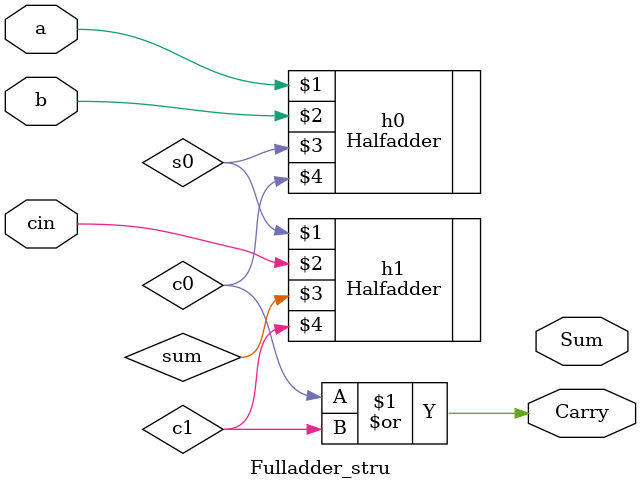
<source format=v>
module Fulladder_stru(a, b, cin, Sum, Carry);
	
	input	a, b, cin;
	output	Sum, Carry;

	wire	s0, co, c1;
	
	Halfadder h0(a, b, s0, c0);
	Halfadder h1(s0, cin, sum, c1);

	assign	Carry = c0|c1;

endmodule
</source>
